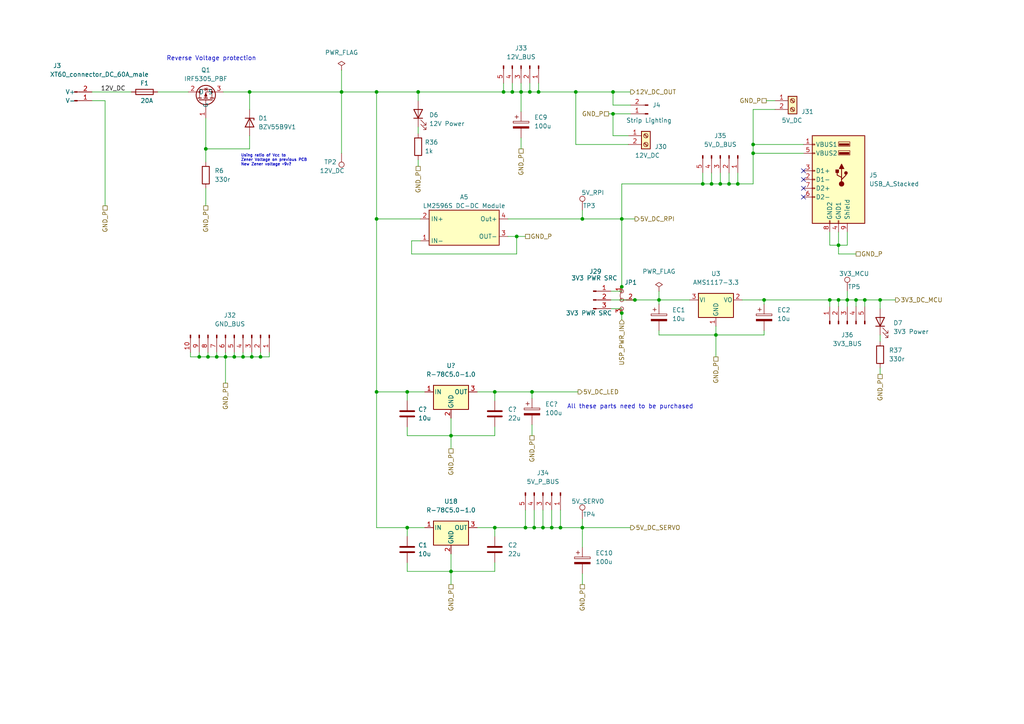
<source format=kicad_sch>
(kicad_sch (version 20211123) (generator eeschema)
  (paper "A4")
  (lib_symbols
    (symbol "000_Capacitor_Electrolytic_Immo:100u" (pin_numbers hide) (pin_names (offset 0.254))
      (property "Reference" "EC" (at 0.635 2.54 0))
      (property "Value" "100u" (at 0.635 -2.54 0))
      (symbol "100u_0_1"
        (rectangle (start -2.286 0.508) (end 2.286 1.016))
        (polyline (pts (xy -1.778 2.286) (xy -0.762 2.286)))
        (polyline (pts (xy -1.27 2.794) (xy -1.27 1.778)))
        (rectangle (start 2.286 -0.508) (end -2.286 -1.016) (fill (type outline)))
      )
      (symbol "100u_1_1"
        (pin passive line (at 0 3.81 270) (length 2.794) (name "~") (number "1"))
        (pin passive line (at 0 -3.81 90) (length 2.794) (name "~") (number "2"))
      )
    )
    (symbol "000_Capacitor_Electrolytic_Immo:22u" (pin_numbers hide) (pin_names (offset 0.254))
      (property "Reference" "EC" (at 0.635 2.54 0))
      (property "Value" "22u" (at 0.635 -2.54 0))
      (symbol "22u_0_1"
        (rectangle (start -2.286 0.508) (end 2.286 1.016))
        (polyline (pts (xy -1.778 2.286) (xy -0.762 2.286)))
        (polyline (pts (xy -1.27 2.794) (xy -1.27 1.778)))
        (rectangle (start 2.286 -0.508) (end -2.286 -1.016) (fill (type outline)))
      )
      (symbol "22u_1_1"
        (pin passive line (at 0 3.81 270) (length 2.794) (name "~") (number "1"))
        (pin passive line (at 0 -3.81 90) (length 2.794) (name "~") (number "2"))
      )
    )
    (symbol "000_Capacitor_Film_Immo:cap_film_0805" (pin_numbers hide) (pin_names (offset 0.254))
      (property "Reference" "C" (at 0.635 2.54 0))
      (property "Value" "cap_film_0805" (at 0.635 -2.54 0))
      (symbol "cap_film_0805_0_1"
        (polyline (pts (xy -2.032 -0.762) (xy 2.032 -0.762)) (stroke (width 0.508)))
        (polyline (pts (xy -2.032 0.762) (xy 2.032 0.762)) (stroke (width 0.508)))
      )
      (symbol "cap_film_0805_1_1"
        (pin passive line (at 0 3.81 270) (length 2.794) (name "~") (number "1"))
        (pin passive line (at 0 -3.81 90) (length 2.794) (name "~") (number "2"))
      )
    )
    (symbol "000_Connectors_Immo:Jumper_3_Bridged12" (pin_names (offset 0) hide)
      (property "Reference" "JP" (at -2.54 -2.54 0))
      (property "Value" "Jumper_3_Bridged12" (at 0 2.794 0))
      (symbol "Jumper_3_Bridged12_0_0"
        (circle (center -2.54 0) (radius 0.508))
        (circle (center 0 0) (radius 0.508))
        (circle (center 2.54 0) (radius 0.508))
      )
      (symbol "Jumper_3_Bridged12_0_1"
        (arc (start 0 -0.0807) (mid -1.27 0.4699) (end -2.54 -0.0807))
        (polyline (pts (xy 0 -1.27) (xy 0 -0.508)))
      )
      (symbol "Jumper_3_Bridged12_1_1"
        (pin passive line (at -3.81 0 0) (length 1.27) (name "A") (number "1"))
        (pin input line (at 0 -3.81 90) (length 2.54) (name "C") (number "2"))
        (pin passive line (at 3.81 0 180) (length 1.27) (name "B") (number "3"))
      )
    )
    (symbol "000_Connectors_Immo:XT60_connector_DC_60A_male" (pin_names (offset 1.016))
      (property "Reference" "J?" (at 1.27 6.35 0))
      (property "Value" "XT60_connector_DC_60A_male" (at 8.89 3.81 0))
      (symbol "XT60_connector_DC_60A_male_1_1"
        (polyline (pts (xy 1.27 -2.54) (xy 0.8636 -2.54)) (stroke (width 0.1524)))
        (polyline (pts (xy 1.27 0) (xy 0.8636 0)) (stroke (width 0.1524)))
        (rectangle (start 0.8636 -2.413) (end 0 -2.667) (stroke (width 0.1524)) (fill (type outline)))
        (rectangle (start 0.8636 0.127) (end 0 -0.127) (stroke (width 0.1524)) (fill (type outline)))
        (pin passive line (at 5.08 0 180) (length 3.81) (name "V-") (number "1"))
        (pin passive line (at 5.08 -2.54 180) (length 3.81) (name "V+") (number "2"))
      )
    )
    (symbol "000_MOSFET_Immo:IRF5305_PBF"
      (property "Reference" "Q?" (at 0 10.16 90))
      (property "Value" "IRF5305_PBF" (at 5.08 8.89 90))
      (symbol "IRF5305_PBF_0_1"
        (polyline (pts (xy 0.254 0) (xy -2.54 0)))
        (polyline (pts (xy 0.254 1.905) (xy 0.254 -1.905)) (stroke (width 0.254)))
        (polyline (pts (xy 0.762 -1.27) (xy 0.762 -2.286)) (stroke (width 0.254)))
        (polyline (pts (xy 0.762 0.508) (xy 0.762 -0.508)) (stroke (width 0.254)))
        (polyline (pts (xy 0.762 2.286) (xy 0.762 1.27)) (stroke (width 0.254)))
        (polyline (pts (xy 2.54 2.54) (xy 2.54 1.778)))
        (polyline (pts (xy 2.54 -2.54) (xy 2.54 0) (xy 0.762 0)))
        (polyline (pts (xy 0.762 1.778) (xy 3.302 1.778) (xy 3.302 -1.778) (xy 0.762 -1.778)))
        (polyline (pts (xy 2.286 0) (xy 1.27 0.381) (xy 1.27 -0.381) (xy 2.286 0)) (fill (type outline)))
        (polyline (pts (xy 2.794 -0.508) (xy 2.921 -0.381) (xy 3.683 -0.381) (xy 3.81 -0.254)))
        (polyline (pts (xy 3.302 -0.381) (xy 2.921 0.254) (xy 3.683 0.254) (xy 3.302 -0.381)))
        (circle (center 1.651 0) (radius 2.794) (stroke (width 0.254)))
        (circle (center 2.54 -1.778) (radius 0.254) (fill (type outline)))
        (circle (center 2.54 1.778) (radius 0.254) (fill (type outline)))
      )
      (symbol "IRF5305_PBF_1_1"
        (pin input line (at -5.08 0 0) (length 2.54) (name "G") (number "1"))
        (pin passive line (at 2.54 5.08 270) (length 2.54) (name "D") (number "2"))
        (pin passive line (at 2.54 -5.08 90) (length 2.54) (name "S") (number "3"))
      )
    )
    (symbol "000_Modules_Immo:LM2596S DC-DC Module"
      (property "Reference" "A" (at -10.16 8.89 0))
      (property "Value" "LM2596S DC-DC Module" (at -10.16 6.35 0))
      (symbol "LM2596S DC-DC Module_0_1"
        (rectangle (start -10.16 5.08) (end 10.16 -5.08) (stroke (width 0.254)) (fill (type background)))
      )
      (symbol "LM2596S DC-DC Module_1_1"
        (pin power_in line (at -12.7 -3.81 0) (length 2.54) (name "IN-") (number "1"))
        (pin power_in line (at -12.7 2.54 0) (length 2.54) (name "IN+") (number "2"))
        (pin power_out line (at 12.7 -2.54 180) (length 2.54) (name "OUT-") (number "3"))
        (pin power_out line (at 12.7 2.54 180) (length 2.54) (name "Out+") (number "4"))
      )
    )
    (symbol "000_Pin_Headers_Immo:Conn_01x02_Male" (pin_names (offset 1.016) hide)
      (property "Reference" "J" (at 0 2.54 0))
      (property "Value" "Conn_01x02_Male" (at 0 -5.08 0))
      (symbol "Conn_01x02_Male_1_1"
        (polyline (pts (xy 1.27 -2.54) (xy 0.8636 -2.54)) (stroke (width 0.1524)))
        (polyline (pts (xy 1.27 0) (xy 0.8636 0)) (stroke (width 0.1524)))
        (rectangle (start 0.8636 -2.413) (end 0 -2.667) (stroke (width 0.1524)) (fill (type outline)))
        (rectangle (start 0.8636 0.127) (end 0 -0.127) (stroke (width 0.1524)) (fill (type outline)))
        (pin passive line (at 5.08 0 180) (length 3.81) (name "Pin_1") (number "1"))
        (pin passive line (at 5.08 -2.54 180) (length 3.81) (name "Pin_2") (number "2"))
      )
    )
    (symbol "000_Pin_Headers_Immo:Conn_01x05_Male" (pin_names (offset 1.016) hide)
      (property "Reference" "J" (at 0 7.62 0))
      (property "Value" "Conn_01x05_Male" (at 0 -7.62 0))
      (symbol "Conn_01x05_Male_1_1"
        (polyline (pts (xy 1.27 -5.08) (xy 0.8636 -5.08)) (stroke (width 0.1524)))
        (polyline (pts (xy 1.27 -2.54) (xy 0.8636 -2.54)) (stroke (width 0.1524)))
        (polyline (pts (xy 1.27 0) (xy 0.8636 0)) (stroke (width 0.1524)))
        (polyline (pts (xy 1.27 2.54) (xy 0.8636 2.54)) (stroke (width 0.1524)))
        (polyline (pts (xy 1.27 5.08) (xy 0.8636 5.08)) (stroke (width 0.1524)))
        (rectangle (start 0.8636 -4.953) (end 0 -5.207) (stroke (width 0.1524)) (fill (type outline)))
        (rectangle (start 0.8636 -2.413) (end 0 -2.667) (stroke (width 0.1524)) (fill (type outline)))
        (rectangle (start 0.8636 0.127) (end 0 -0.127) (stroke (width 0.1524)) (fill (type outline)))
        (rectangle (start 0.8636 2.667) (end 0 2.413) (stroke (width 0.1524)) (fill (type outline)))
        (rectangle (start 0.8636 5.207) (end 0 4.953) (stroke (width 0.1524)) (fill (type outline)))
        (pin passive line (at 5.08 5.08 180) (length 3.81) (name "Pin_1") (number "1"))
        (pin passive line (at 5.08 2.54 180) (length 3.81) (name "Pin_2") (number "2"))
        (pin passive line (at 5.08 0 180) (length 3.81) (name "Pin_3") (number "3"))
        (pin passive line (at 5.08 -2.54 180) (length 3.81) (name "Pin_4") (number "4"))
        (pin passive line (at 5.08 -5.08 180) (length 3.81) (name "Pin_5") (number "5"))
      )
    )
    (symbol "000_Protection_Immo:Fuse" (pin_numbers hide) (pin_names (offset 0))
      (property "Reference" "F" (at 2.032 0 90))
      (property "Value" "Fuse" (at -1.905 0 90))
      (symbol "Fuse_0_1"
        (rectangle (start -0.762 -2.54) (end 0.762 2.54) (stroke (width 0.254)))
        (polyline (pts (xy 0 2.54) (xy 0 -2.54)))
      )
      (symbol "Fuse_1_1"
        (pin passive line (at 0 3.81 270) (length 1.27) (name "~") (number "1"))
        (pin passive line (at 0 -3.81 90) (length 1.27) (name "~") (number "2"))
      )
    )
    (symbol "000_Resistors_Immo:Resistor_0805" (pin_numbers hide) (pin_names (offset 0))
      (property "Reference" "R?" (at -2.54 3.81 0))
      (property "Value" "Resistor_0805" (at -5.08 2.54 0))
      (symbol "Resistor_0805_0_1"
        (rectangle (start 2.54 -1.016) (end -2.54 1.016) (stroke (width 0.254)))
      )
      (symbol "Resistor_0805_1_1"
        (pin passive line (at -3.81 0 0) (length 1.27) (name "~") (number "1"))
        (pin passive line (at 3.81 0 180) (length 1.27) (name "~") (number "2"))
      )
    )
    (symbol "Connector:Conn_01x03_Male" (pin_names (offset 1.016) hide)
      (property "Reference" "J" (at 0 5.08 0))
      (property "Value" "Conn_01x03_Male" (at 2.54 -4.191 0))
      (symbol "Conn_01x03_Male_1_1"
        (polyline (pts (xy 1.27 -2.54) (xy 0.8636 -2.54)) (stroke (width 0.1524)))
        (polyline (pts (xy 1.27 0) (xy 0.8636 0)) (stroke (width 0.1524)))
        (polyline (pts (xy 1.27 2.54) (xy 0.8636 2.54)) (stroke (width 0.1524)))
        (rectangle (start 0.8636 -2.413) (end 0 -2.667) (stroke (width 0.1524)) (fill (type outline)))
        (rectangle (start 0.8636 0.127) (end 0 -0.127) (stroke (width 0.1524)) (fill (type outline)))
        (rectangle (start 0.8636 2.667) (end 0 2.413) (stroke (width 0.1524)) (fill (type outline)))
        (pin passive line (at 5.08 2.54 180) (length 3.81) (name "Pin_1") (number "1"))
        (pin passive line (at 5.08 0 180) (length 3.81) (name "Pin_2") (number "2"))
        (pin passive line (at 5.08 -2.54 180) (length 3.81) (name "Pin_3") (number "3"))
      )
    )
    (symbol "Connector:Conn_01x10_Male" (pin_names (offset 1.016) hide)
      (property "Reference" "J" (at 0 12.7 0))
      (property "Value" "Conn_01x10_Male" (at 0 -15.24 0))
      (symbol "Conn_01x10_Male_1_1"
        (polyline (pts (xy 1.27 -12.7) (xy 0.8636 -12.7)) (stroke (width 0.1524)))
        (polyline (pts (xy 1.27 -10.16) (xy 0.8636 -10.16)) (stroke (width 0.1524)))
        (polyline (pts (xy 1.27 -7.62) (xy 0.8636 -7.62)) (stroke (width 0.1524)))
        (polyline (pts (xy 1.27 -5.08) (xy 0.8636 -5.08)) (stroke (width 0.1524)))
        (polyline (pts (xy 1.27 -2.54) (xy 0.8636 -2.54)) (stroke (width 0.1524)))
        (polyline (pts (xy 1.27 0) (xy 0.8636 0)) (stroke (width 0.1524)))
        (polyline (pts (xy 1.27 2.54) (xy 0.8636 2.54)) (stroke (width 0.1524)))
        (polyline (pts (xy 1.27 5.08) (xy 0.8636 5.08)) (stroke (width 0.1524)))
        (polyline (pts (xy 1.27 7.62) (xy 0.8636 7.62)) (stroke (width 0.1524)))
        (polyline (pts (xy 1.27 10.16) (xy 0.8636 10.16)) (stroke (width 0.1524)))
        (rectangle (start 0.8636 -12.573) (end 0 -12.827) (stroke (width 0.1524)) (fill (type outline)))
        (rectangle (start 0.8636 -10.033) (end 0 -10.287) (stroke (width 0.1524)) (fill (type outline)))
        (rectangle (start 0.8636 -7.493) (end 0 -7.747) (stroke (width 0.1524)) (fill (type outline)))
        (rectangle (start 0.8636 -4.953) (end 0 -5.207) (stroke (width 0.1524)) (fill (type outline)))
        (rectangle (start 0.8636 -2.413) (end 0 -2.667) (stroke (width 0.1524)) (fill (type outline)))
        (rectangle (start 0.8636 0.127) (end 0 -0.127) (stroke (width 0.1524)) (fill (type outline)))
        (rectangle (start 0.8636 2.667) (end 0 2.413) (stroke (width 0.1524)) (fill (type outline)))
        (rectangle (start 0.8636 5.207) (end 0 4.953) (stroke (width 0.1524)) (fill (type outline)))
        (rectangle (start 0.8636 7.747) (end 0 7.493) (stroke (width 0.1524)) (fill (type outline)))
        (rectangle (start 0.8636 10.287) (end 0 10.033) (stroke (width 0.1524)) (fill (type outline)))
        (pin passive line (at 5.08 10.16 180) (length 3.81) (name "Pin_1") (number "1"))
        (pin passive line (at 5.08 -12.7 180) (length 3.81) (name "Pin_10") (number "10"))
        (pin passive line (at 5.08 7.62 180) (length 3.81) (name "Pin_2") (number "2"))
        (pin passive line (at 5.08 5.08 180) (length 3.81) (name "Pin_3") (number "3"))
        (pin passive line (at 5.08 2.54 180) (length 3.81) (name "Pin_4") (number "4"))
        (pin passive line (at 5.08 0 180) (length 3.81) (name "Pin_5") (number "5"))
        (pin passive line (at 5.08 -2.54 180) (length 3.81) (name "Pin_6") (number "6"))
        (pin passive line (at 5.08 -5.08 180) (length 3.81) (name "Pin_7") (number "7"))
        (pin passive line (at 5.08 -7.62 180) (length 3.81) (name "Pin_8") (number "8"))
        (pin passive line (at 5.08 -10.16 180) (length 3.81) (name "Pin_9") (number "9"))
      )
    )
    (symbol "Connector:Screw_Terminal_01x02" (pin_names (offset 1.016) hide)
      (property "Reference" "J" (at 0 2.54 0))
      (property "Value" "Screw_Terminal_01x02" (at 0 -5.08 0))
      (symbol "Screw_Terminal_01x02_1_1"
        (rectangle (start -1.27 1.27) (end 1.27 -3.81) (stroke (width 0.254)) (fill (type background)))
        (circle (center 0 -2.54) (radius 0.635) (stroke (width 0.1524)))
        (polyline (pts (xy -0.5334 -2.2098) (xy 0.3302 -3.048)) (stroke (width 0.1524)))
        (polyline (pts (xy -0.5334 0.3302) (xy 0.3302 -0.508)) (stroke (width 0.1524)))
        (polyline (pts (xy -0.3556 -2.032) (xy 0.508 -2.8702)) (stroke (width 0.1524)))
        (polyline (pts (xy -0.3556 0.508) (xy 0.508 -0.3302)) (stroke (width 0.1524)))
        (circle (center 0 0) (radius 0.635) (stroke (width 0.1524)))
        (pin passive line (at -5.08 0 0) (length 3.81) (name "Pin_1") (number "1"))
        (pin passive line (at -5.08 -2.54 0) (length 3.81) (name "Pin_2") (number "2"))
      )
    )
    (symbol "Connector:TestPoint" (pin_numbers hide) (pin_names (offset 0.762) hide)
      (property "Reference" "TP" (at 0 6.858 0))
      (property "Value" "TestPoint" (at 0 5.08 0))
      (symbol "TestPoint_0_1"
        (circle (center 0 3.302) (radius 0.762))
      )
      (symbol "TestPoint_1_1"
        (pin passive line (at 0 0 90) (length 2.54) (name "1") (number "1"))
      )
    )
    (symbol "Connector:USB_A_Stacked" (pin_names (offset 1.016))
      (property "Reference" "J" (at 0 15.875 0))
      (property "Value" "USB_A_Stacked" (at 0 13.97 0))
      (symbol "USB_A_Stacked_0_1"
        (rectangle (start -7.62 12.7) (end 7.62 -12.7) (stroke (width 0.254)) (fill (type background)))
        (circle (center -2.159 1.905) (radius 0.381) (stroke (width 0.254)) (fill (type outline)))
        (circle (center -0.889 -1.27) (radius 0.635) (stroke (width 0.254)) (fill (type outline)))
        (rectangle (start -0.254 7.366) (end -3.048 7.874) (fill (type outline)))
        (rectangle (start -0.254 9.906) (end -3.048 10.414) (fill (type outline)))
        (rectangle (start -0.127 -12.7) (end 0.127 -11.938))
        (polyline (pts (xy -1.524 3.175) (xy -0.254 3.175) (xy -0.889 4.445) (xy -1.524 3.175)) (stroke (width 0.254)) (fill (type outline)))
        (polyline (pts (xy -0.889 -0.635) (xy -0.889 0) (xy -2.159 1.27) (xy -2.159 1.905)) (stroke (width 0.254)))
        (polyline (pts (xy -0.889 0) (xy -0.889 0.635) (xy 0.381 1.27) (xy 0.381 2.54)) (stroke (width 0.254)))
        (rectangle (start 0 2.794) (end 0.762 2.032) (stroke (width 0.254)) (fill (type outline)))
        (rectangle (start 0 7.112) (end -3.302 8.382))
        (rectangle (start 0 9.652) (end -3.302 10.922))
        (rectangle (start 2.413 -12.7) (end 2.667 -11.938))
        (rectangle (start 7.62 -5.207) (end 6.858 -4.953))
        (rectangle (start 7.62 -2.667) (end 6.858 -2.413))
        (rectangle (start 7.62 -0.127) (end 6.858 0.127))
        (rectangle (start 7.62 2.413) (end 6.858 2.667))
        (rectangle (start 7.62 7.493) (end 6.858 7.747))
        (rectangle (start 7.62 10.033) (end 6.858 10.287))
      )
      (symbol "USB_A_Stacked_1_1"
        (polyline (pts (xy -0.889 0.635) (xy -0.889 3.175)) (stroke (width 0.254)))
        (pin power_in line (at 10.16 10.16 180) (length 2.54) (name "VBUS1") (number "1"))
        (pin bidirectional line (at 10.16 0 180) (length 2.54) (name "D1-") (number "2"))
        (pin bidirectional line (at 10.16 2.54 180) (length 2.54) (name "D1+") (number "3"))
        (pin power_in line (at 0 -15.24 90) (length 2.54) (name "GND1") (number "4"))
        (pin power_in line (at 10.16 7.62 180) (length 2.54) (name "VBUS2") (number "5"))
        (pin bidirectional line (at 10.16 -5.08 180) (length 2.54) (name "D2-") (number "6"))
        (pin bidirectional line (at 10.16 -2.54 180) (length 2.54) (name "D2+") (number "7"))
        (pin power_in line (at 2.54 -15.24 90) (length 2.54) (name "GND2") (number "8"))
        (pin passive line (at -2.54 -15.24 90) (length 2.54) (name "Shield") (number "9"))
      )
    )
    (symbol "Device:LED" (pin_numbers hide) (pin_names (offset 1.016) hide)
      (property "Reference" "D" (at 0 2.54 0))
      (property "Value" "LED" (at 0 -2.54 0))
      (symbol "LED_0_1"
        (polyline (pts (xy -1.27 -1.27) (xy -1.27 1.27)) (stroke (width 0.254)))
        (polyline (pts (xy -1.27 0) (xy 1.27 0)))
        (polyline (pts (xy 1.27 -1.27) (xy 1.27 1.27) (xy -1.27 0) (xy 1.27 -1.27)) (stroke (width 0.254)))
        (polyline (pts (xy -3.048 -0.762) (xy -4.572 -2.286) (xy -3.81 -2.286) (xy -4.572 -2.286) (xy -4.572 -1.524)))
        (polyline (pts (xy -1.778 -0.762) (xy -3.302 -2.286) (xy -2.54 -2.286) (xy -3.302 -2.286) (xy -3.302 -1.524)))
      )
      (symbol "LED_1_1"
        (pin passive line (at -3.81 0 0) (length 2.54) (name "K") (number "1"))
        (pin passive line (at 3.81 0 180) (length 2.54) (name "A") (number "2"))
      )
    )
    (symbol "Diode:BZV55B9V1" (pin_numbers hide) (pin_names (offset 1.016) hide)
      (property "Reference" "D" (at 0 2.54 0))
      (property "Value" "BZV55B9V1" (at 0 -2.54 0))
      (symbol "BZV55B9V1_0_1"
        (polyline (pts (xy 1.27 0) (xy -1.27 0)))
        (polyline (pts (xy -1.27 -1.27) (xy -1.27 1.27) (xy -0.762 1.27)) (stroke (width 0.254)))
        (polyline (pts (xy 1.27 -1.27) (xy 1.27 1.27) (xy -1.27 0) (xy 1.27 -1.27)) (stroke (width 0.254)))
      )
      (symbol "BZV55B9V1_1_1"
        (pin passive line (at -3.81 0 0) (length 2.54) (name "K") (number "1"))
        (pin passive line (at 3.81 0 180) (length 2.54) (name "A") (number "2"))
      )
    )
    (symbol "Regulator_Linear:AMS1117-3.3" (pin_names (offset 0.254))
      (property "Reference" "U" (at -3.81 3.175 0))
      (property "Value" "AMS1117-3.3" (at 0 3.175 0))
      (symbol "AMS1117-3.3_0_1"
        (rectangle (start -5.08 -5.08) (end 5.08 1.905) (stroke (width 0.254)) (fill (type background)))
      )
      (symbol "AMS1117-3.3_1_1"
        (pin power_in line (at 0 -7.62 90) (length 2.54) (name "GND") (number "1"))
        (pin power_out line (at 7.62 0 180) (length 2.54) (name "VO") (number "2"))
        (pin power_in line (at -7.62 0 0) (length 2.54) (name "VI") (number "3"))
      )
    )
    (symbol "Regulator_Switching:R-78C5.0-1.0" (pin_names (offset 0.254))
      (property "Reference" "U" (at -3.81 3.175 0))
      (property "Value" "R-78C5.0-1.0" (at 0 3.175 0))
      (symbol "R-78C5.0-1.0_0_1"
        (rectangle (start -5.08 1.905) (end 5.08 -5.08) (stroke (width 0.254)) (fill (type background)))
      )
      (symbol "R-78C5.0-1.0_1_1"
        (pin power_in line (at -7.62 0 0) (length 2.54) (name "IN") (number "1"))
        (pin power_in line (at 0 -7.62 90) (length 2.54) (name "GND") (number "2"))
        (pin power_out line (at 7.62 0 180) (length 2.54) (name "OUT") (number "3"))
      )
    )
    (symbol "power:PWR_FLAG" (power) (pin_numbers hide) (pin_names (offset 0) hide)
      (property "Value" "PWR_FLAG" (at 0 3.81 0))
      (symbol "PWR_FLAG_0_0"
        (pin power_out line (at 0 0 90) (length 0) (name "pwr") (number "1"))
      )
      (symbol "PWR_FLAG_0_1"
        (polyline (pts (xy 0 0) (xy 0 1.27) (xy -1.016 1.905) (xy 0 2.54) (xy 1.016 1.905) (xy 0 1.27)))
      )
    )
  )
  (junction (at 70.485 103.505))
  (junction (at 203.835 53.34))
  (junction (at 248.285 86.995))
  (junction (at 152.4 153.035))
  (junction (at 206.375 53.34))
  (junction (at 184.15 86.995))
  (junction (at 208.915 53.34))
  (junction (at 240.665 86.995))
  (junction (at 99.06 26.67))
  (junction (at 211.455 53.34))
  (junction (at 109.22 26.67))
  (junction (at 156.21 26.67))
  (junction (at 218.44 41.91))
  (junction (at 109.22 113.665))
  (junction (at 154.305 113.665))
  (junction (at 154.94 153.035))
  (junction (at 143.51 113.665))
  (junction (at 157.48 153.035))
  (junction (at 177.8 26.67))
  (junction (at 250.825 86.995))
  (junction (at 109.22 63.5))
  (junction (at 130.81 165.735))
  (junction (at 121.285 26.67))
  (junction (at 73.025 103.505))
  (junction (at 243.205 71.12))
  (junction (at 151.13 26.67))
  (junction (at 72.39 26.67))
  (junction (at 162.56 153.035))
  (junction (at 60.325 103.505))
  (junction (at 191.135 86.995))
  (junction (at 180.34 63.5))
  (junction (at 243.205 86.995))
  (junction (at 67.945 103.505))
  (junction (at 153.67 26.67))
  (junction (at 149.86 68.58))
  (junction (at 255.27 86.995))
  (junction (at 167.005 26.67))
  (junction (at 57.785 103.505))
  (junction (at 168.91 63.5))
  (junction (at 59.69 43.18))
  (junction (at 160.02 153.035))
  (junction (at 130.81 126.365))
  (junction (at 146.05 26.67))
  (junction (at 65.405 103.505))
  (junction (at 168.91 153.035))
  (junction (at 75.565 103.505))
  (junction (at 207.645 97.155))
  (junction (at 213.995 53.34))
  (junction (at 148.59 26.67))
  (junction (at 177.8 33.02))
  (junction (at 245.745 86.995))
  (junction (at 218.44 44.45))
  (junction (at 62.865 103.505))
  (junction (at 118.11 153.035))
  (junction (at 221.615 86.995))
  (junction (at 143.51 153.035))
  (junction (at 180.34 90.805))
  (junction (at 118.11 113.665))
  (junction (at 180.34 83.185))
  (no_connect (at 233.045 49.53))
  (no_connect (at 233.045 52.07))
  (no_connect (at 233.045 54.61))
  (no_connect (at 233.045 57.15))
  (wire (pts (xy 157.48 147.955) (xy 157.48 153.035)))
  (wire (pts (xy 221.615 86.995) (xy 221.615 88.265)))
  (wire (pts (xy 168.91 150.495) (xy 168.91 153.035)))
  (wire (pts (xy 143.51 113.665) (xy 154.305 113.665)))
  (wire (pts (xy 118.11 113.665) (xy 118.11 116.205)))
  (wire (pts (xy 255.27 86.995) (xy 259.715 86.995)))
  (wire (pts (xy 153.67 26.67) (xy 156.21 26.67)))
  (wire (pts (xy 177.8 33.02) (xy 182.88 33.02)))
  (wire (pts (xy 121.92 69.85) (xy 119.38 69.85)))
  (wire (pts (xy 191.135 88.265) (xy 191.135 86.995)))
  (wire (pts (xy 167.005 26.67) (xy 177.8 26.67)))
  (wire (pts (xy 154.305 115.57) (xy 154.305 113.665)))
  (wire (pts (xy 156.21 24.13) (xy 156.21 26.67)))
  (wire (pts (xy 99.06 26.67) (xy 99.06 44.45)))
  (wire (pts (xy 118.11 163.195) (xy 118.11 165.735)))
  (wire (pts (xy 55.245 103.505) (xy 55.245 102.235)))
  (wire (pts (xy 154.305 123.19) (xy 154.305 126.365)))
  (wire (pts (xy 215.265 86.995) (xy 221.615 86.995)))
  (wire (pts (xy 75.565 103.505) (xy 73.025 103.505)))
  (wire (pts (xy 243.205 67.31) (xy 243.205 71.12)))
  (wire (pts (xy 180.34 53.34) (xy 180.34 63.5)))
  (wire (pts (xy 180.34 90.805) (xy 180.34 92.71)))
  (wire (pts (xy 148.59 24.13) (xy 148.59 26.67)))
  (wire (pts (xy 151.13 26.67) (xy 153.67 26.67)))
  (wire (pts (xy 118.11 153.035) (xy 123.19 153.035)))
  (wire (pts (xy 30.48 29.21) (xy 30.48 59.69)))
  (wire (pts (xy 207.645 94.615) (xy 207.645 97.155)))
  (wire (pts (xy 146.05 24.13) (xy 146.05 26.67)))
  (wire (pts (xy 218.44 44.45) (xy 233.045 44.45)))
  (wire (pts (xy 177.165 86.995) (xy 184.15 86.995)))
  (wire (pts (xy 109.22 63.5) (xy 109.22 113.665)))
  (wire (pts (xy 240.665 71.12) (xy 240.665 67.31)))
  (wire (pts (xy 243.205 73.66) (xy 248.285 73.66)))
  (wire (pts (xy 59.69 54.61) (xy 59.69 59.69)))
  (wire (pts (xy 157.48 153.035) (xy 160.02 153.035)))
  (wire (pts (xy 143.51 163.195) (xy 143.51 165.735)))
  (wire (pts (xy 70.485 103.505) (xy 67.945 103.505)))
  (wire (pts (xy 191.135 86.995) (xy 200.025 86.995)))
  (wire (pts (xy 152.4 153.035) (xy 154.94 153.035)))
  (wire (pts (xy 177.165 84.455) (xy 180.34 84.455)))
  (wire (pts (xy 184.15 86.995) (xy 191.135 86.995)))
  (wire (pts (xy 57.785 103.505) (xy 55.245 103.505)))
  (wire (pts (xy 206.375 53.34) (xy 208.915 53.34)))
  (wire (pts (xy 143.51 165.735) (xy 130.81 165.735)))
  (wire (pts (xy 162.56 147.955) (xy 162.56 153.035)))
  (wire (pts (xy 147.32 68.58) (xy 149.86 68.58)))
  (wire (pts (xy 75.565 102.235) (xy 75.565 103.505)))
  (wire (pts (xy 73.025 103.505) (xy 70.485 103.505)))
  (wire (pts (xy 245.745 84.455) (xy 245.745 86.995)))
  (wire (pts (xy 168.91 166.37) (xy 168.91 169.545)))
  (wire (pts (xy 130.81 169.545) (xy 130.81 165.735)))
  (wire (pts (xy 26.67 29.21) (xy 30.48 29.21)))
  (wire (pts (xy 245.745 86.995) (xy 248.285 86.995)))
  (wire (pts (xy 243.205 73.66) (xy 243.205 71.12)))
  (wire (pts (xy 218.44 41.91) (xy 233.045 41.91)))
  (wire (pts (xy 250.825 86.995) (xy 250.825 88.9)))
  (wire (pts (xy 177.165 89.535) (xy 180.34 89.535)))
  (wire (pts (xy 72.39 26.67) (xy 72.39 31.75)))
  (wire (pts (xy 143.51 113.665) (xy 143.51 116.205)))
  (wire (pts (xy 121.285 36.83) (xy 121.285 38.735)))
  (wire (pts (xy 118.11 165.735) (xy 130.81 165.735)))
  (wire (pts (xy 57.785 102.235) (xy 57.785 103.505)))
  (wire (pts (xy 62.865 103.505) (xy 60.325 103.505)))
  (wire (pts (xy 62.865 102.235) (xy 62.865 103.505)))
  (wire (pts (xy 177.8 26.67) (xy 182.88 26.67)))
  (wire (pts (xy 109.22 26.67) (xy 121.285 26.67)))
  (wire (pts (xy 167.005 41.91) (xy 182.245 41.91)))
  (wire (pts (xy 154.94 153.035) (xy 157.48 153.035)))
  (wire (pts (xy 143.51 153.035) (xy 152.4 153.035)))
  (wire (pts (xy 72.39 39.37) (xy 72.39 43.18)))
  (wire (pts (xy 240.665 71.12) (xy 243.205 71.12)))
  (wire (pts (xy 255.27 86.995) (xy 255.27 89.535)))
  (wire (pts (xy 218.44 44.45) (xy 218.44 53.34)))
  (wire (pts (xy 208.915 50.165) (xy 208.915 53.34)))
  (wire (pts (xy 160.02 147.955) (xy 160.02 153.035)))
  (wire (pts (xy 72.39 26.67) (xy 99.06 26.67)))
  (wire (pts (xy 207.645 97.155) (xy 207.645 103.505)))
  (wire (pts (xy 60.325 103.505) (xy 57.785 103.505)))
  (wire (pts (xy 180.34 89.535) (xy 180.34 90.805)))
  (wire (pts (xy 121.285 26.67) (xy 146.05 26.67)))
  (wire (pts (xy 168.91 153.035) (xy 168.91 158.75)))
  (wire (pts (xy 148.59 26.67) (xy 151.13 26.67)))
  (wire (pts (xy 162.56 153.035) (xy 168.91 153.035)))
  (wire (pts (xy 130.81 165.735) (xy 130.81 160.655)))
  (wire (pts (xy 221.615 86.995) (xy 240.665 86.995)))
  (wire (pts (xy 149.86 73.66) (xy 149.86 68.58)))
  (wire (pts (xy 154.305 113.665) (xy 167.64 113.665)))
  (wire (pts (xy 180.34 63.5) (xy 184.15 63.5)))
  (wire (pts (xy 118.11 113.665) (xy 123.19 113.665)))
  (wire (pts (xy 182.245 39.37) (xy 177.8 39.37)))
  (wire (pts (xy 218.44 31.75) (xy 218.44 41.91)))
  (wire (pts (xy 99.06 26.67) (xy 109.22 26.67)))
  (wire (pts (xy 245.745 67.31) (xy 245.745 71.12)))
  (wire (pts (xy 248.285 86.995) (xy 248.285 88.9)))
  (wire (pts (xy 243.205 86.995) (xy 243.205 88.9)))
  (wire (pts (xy 118.11 126.365) (xy 130.81 126.365)))
  (wire (pts (xy 138.43 153.035) (xy 143.51 153.035)))
  (wire (pts (xy 180.34 53.34) (xy 203.835 53.34)))
  (wire (pts (xy 154.94 147.955) (xy 154.94 153.035)))
  (wire (pts (xy 147.32 63.5) (xy 168.91 63.5)))
  (wire (pts (xy 211.455 50.165) (xy 211.455 53.34)))
  (wire (pts (xy 99.06 20.32) (xy 99.06 26.67)))
  (wire (pts (xy 151.13 24.13) (xy 151.13 26.67)))
  (wire (pts (xy 191.135 84.455) (xy 191.135 86.995)))
  (wire (pts (xy 243.205 71.12) (xy 245.745 71.12)))
  (wire (pts (xy 78.105 102.235) (xy 78.105 103.505)))
  (wire (pts (xy 65.405 102.235) (xy 65.405 103.505)))
  (wire (pts (xy 73.025 102.235) (xy 73.025 103.505)))
  (wire (pts (xy 222.25 29.21) (xy 224.79 29.21)))
  (wire (pts (xy 26.67 26.67) (xy 38.1 26.67)))
  (wire (pts (xy 78.105 103.505) (xy 75.565 103.505)))
  (wire (pts (xy 167.005 26.67) (xy 167.005 41.91)))
  (wire (pts (xy 118.11 123.825) (xy 118.11 126.365)))
  (wire (pts (xy 203.835 53.34) (xy 206.375 53.34)))
  (wire (pts (xy 59.69 43.18) (xy 59.69 46.99)))
  (wire (pts (xy 168.91 153.035) (xy 182.88 153.035)))
  (wire (pts (xy 218.44 31.75) (xy 224.79 31.75)))
  (wire (pts (xy 65.405 103.505) (xy 62.865 103.505)))
  (wire (pts (xy 203.835 50.165) (xy 203.835 53.34)))
  (wire (pts (xy 213.995 53.34) (xy 218.44 53.34)))
  (wire (pts (xy 143.51 153.035) (xy 143.51 155.575)))
  (wire (pts (xy 121.285 46.355) (xy 121.285 48.26)))
  (wire (pts (xy 206.375 50.165) (xy 206.375 53.34)))
  (wire (pts (xy 240.665 88.9) (xy 240.665 86.995)))
  (wire (pts (xy 149.86 68.58) (xy 152.4 68.58)))
  (wire (pts (xy 60.325 102.235) (xy 60.325 103.505)))
  (wire (pts (xy 59.69 34.29) (xy 59.69 43.18)))
  (wire (pts (xy 143.51 123.825) (xy 143.51 126.365)))
  (wire (pts (xy 191.135 97.155) (xy 207.645 97.155)))
  (wire (pts (xy 70.485 102.235) (xy 70.485 103.505)))
  (wire (pts (xy 250.825 86.995) (xy 255.27 86.995)))
  (wire (pts (xy 213.995 50.165) (xy 213.995 53.34)))
  (wire (pts (xy 65.405 103.505) (xy 67.945 103.505)))
  (wire (pts (xy 221.615 97.155) (xy 207.645 97.155)))
  (wire (pts (xy 121.285 26.67) (xy 121.285 29.21)))
  (wire (pts (xy 109.22 113.665) (xy 118.11 113.665)))
  (wire (pts (xy 177.8 39.37) (xy 177.8 33.02)))
  (wire (pts (xy 182.88 30.48) (xy 177.8 30.48)))
  (wire (pts (xy 109.22 153.035) (xy 118.11 153.035)))
  (wire (pts (xy 221.615 95.885) (xy 221.615 97.155)))
  (wire (pts (xy 218.44 41.91) (xy 218.44 44.45)))
  (wire (pts (xy 156.21 26.67) (xy 167.005 26.67)))
  (wire (pts (xy 119.38 73.66) (xy 149.86 73.66)))
  (wire (pts (xy 109.22 63.5) (xy 121.92 63.5)))
  (wire (pts (xy 168.91 60.96) (xy 168.91 63.5)))
  (wire (pts (xy 168.91 63.5) (xy 180.34 63.5)))
  (wire (pts (xy 153.67 24.13) (xy 153.67 26.67)))
  (wire (pts (xy 138.43 113.665) (xy 143.51 113.665)))
  (wire (pts (xy 180.34 83.185) (xy 180.34 63.5)))
  (wire (pts (xy 240.665 86.995) (xy 243.205 86.995)))
  (wire (pts (xy 72.39 43.18) (xy 59.69 43.18)))
  (wire (pts (xy 176.53 33.02) (xy 177.8 33.02)))
  (wire (pts (xy 67.945 102.235) (xy 67.945 103.505)))
  (wire (pts (xy 130.81 130.175) (xy 130.81 126.365)))
  (wire (pts (xy 160.02 153.035) (xy 162.56 153.035)))
  (wire (pts (xy 65.405 103.505) (xy 65.405 111.125)))
  (wire (pts (xy 118.11 153.035) (xy 118.11 155.575)))
  (wire (pts (xy 211.455 53.34) (xy 213.995 53.34)))
  (wire (pts (xy 146.05 26.67) (xy 148.59 26.67)))
  (wire (pts (xy 180.34 84.455) (xy 180.34 83.185)))
  (wire (pts (xy 255.27 106.68) (xy 255.27 108.585)))
  (wire (pts (xy 255.27 97.155) (xy 255.27 99.06)))
  (wire (pts (xy 152.4 147.955) (xy 152.4 153.035)))
  (wire (pts (xy 245.745 86.995) (xy 245.745 88.9)))
  (wire (pts (xy 119.38 69.85) (xy 119.38 73.66)))
  (wire (pts (xy 151.13 26.67) (xy 151.13 32.385)))
  (wire (pts (xy 64.77 26.67) (xy 72.39 26.67)))
  (wire (pts (xy 208.915 53.34) (xy 211.455 53.34)))
  (wire (pts (xy 248.285 86.995) (xy 250.825 86.995)))
  (wire (pts (xy 45.72 26.67) (xy 54.61 26.67)))
  (wire (pts (xy 109.22 26.67) (xy 109.22 63.5)))
  (wire (pts (xy 143.51 126.365) (xy 130.81 126.365)))
  (wire (pts (xy 243.205 86.995) (xy 245.745 86.995)))
  (wire (pts (xy 151.13 40.005) (xy 151.13 43.18)))
  (wire (pts (xy 109.22 113.665) (xy 109.22 153.035)))
  (wire (pts (xy 130.81 126.365) (xy 130.81 121.285)))
  (wire (pts (xy 177.8 30.48) (xy 177.8 26.67)))
  (wire (pts (xy 191.135 95.885) (xy 191.135 97.155)))
  (text "Reverse Voltage protection" (at 48.26 17.78 0) (effects (font (size 1.27 1.27)) (justify left bottom)))
  (text "Using ratio of Vcc to \nZener Voltage on previous PCB\nNew Zener voltage ~9v?" (at 69.85 48.26 0) (effects (font (size 0.8 0.8)) (justify left bottom)))
  (text "All these parts need to be purchased" (at 164.465 118.745 0) (effects (font (size 1.27 1.27)) (justify left bottom)))
  (label "12V_DC" (at 29.21 26.67 0))
  (hierarchical_label "GND_P" (shape passive) (at 30.48 59.69 270))
  (hierarchical_label "3V3_DC_MCU" (shape output) (at 259.715 86.995 0))
  (hierarchical_label "GND_P" (shape passive) (at 59.69 59.69 270))
  (hierarchical_label "GND_P" (shape passive) (at 151.13 43.18 270))
  (hierarchical_label "5V_DC_SERVO" (shape output) (at 182.88 153.035 0))
  (hierarchical_label "5V_DC_RPI" (shape output) (at 184.15 63.5 0))
  (hierarchical_label "GND_P" (shape passive) (at 248.285 73.66 0))
  (hierarchical_label "GND_P" (shape passive) (at 65.405 111.125 270))
  (hierarchical_label "GND_P" (shape passive) (at 207.645 103.505 270))
  (hierarchical_label "GND_P" (shape passive) (at 130.81 130.175 270))
  (hierarchical_label "GND_P" (shape passive) (at 222.25 29.21 180))
  (hierarchical_label "GND_P" (shape passive) (at 152.4 68.58 0))
  (hierarchical_label "12V_DC_OUT" (shape output) (at 182.88 26.67 0))
  (hierarchical_label "GND_P" (shape passive) (at 255.27 108.585 270))
  (hierarchical_label "GND_P" (shape passive) (at 168.91 169.545 270))
  (hierarchical_label "GND_P" (shape passive) (at 130.81 169.545 270))
  (hierarchical_label "GND_P" (shape passive) (at 176.53 33.02 180))
  (hierarchical_label "GND_P" (shape passive) (at 121.285 48.26 270))
  (hierarchical_label "USP_PWR_IN" (shape input) (at 180.34 92.71 270))
  (hierarchical_label "5V_DC_LED" (shape output) (at 167.64 113.665 0))
  (hierarchical_label "GND_P" (shape passive) (at 154.305 126.365 270))
  (symbol (lib_id "000_Pin_Headers_Immo:Conn_01x05_Male") (at 151.13 19.05 270) (unit 1)
    (property "Reference" "J33" (at 151.13 13.97 90))
    (property "Value" "12V_BUS" (at 151.13 16.51 90))
    (property "Footprint" "Connector_PinHeader_2.54mm:PinHeader_1x05_P2.54mm_Vertical" (effects hide))
  )
  (symbol (lib_id "Connector:Conn_01x03_Male") (at 172.085 86.995 0) (unit 1)
    (property "Reference" "J29" (at 172.72 78.74 0))
    (property "Value" "3V3 PWR SRC" (at 170.815 90.805 0))
    (property "Footprint" "Connector_PinHeader_2.54mm:PinHeader_1x03_P2.54mm_Vertical" (effects hide))
  )
  (symbol (lib_id "power:PWR_FLAG") (at 191.135 84.455 0) (unit 1)
    (property "Reference" "#FLG0101" (effects hide))
    (property "Value" "PWR_FLAG" (at 191.135 78.74 0))
  )
  (symbol (lib_id "Connector:Conn_01x10_Male") (at 67.945 97.155 270) (unit 1)
    (property "Reference" "J32" (at 66.675 91.44 90))
    (property "Value" "GND_BUS" (at 66.675 93.98 90))
    (property "Footprint" "Connector_PinHeader_1.27mm:PinHeader_1x10_P1.27mm_Vertical" (effects hide))
  )
  (symbol (lib_id "000_Resistors_Immo:Resistor_0805") (at 121.285 42.545 90) (unit 1)
    (property "Reference" "R36" (at 123.19 41.2749 90) (effects (justify right)))
    (property "Value" "1k" (at 123.19 43.8149 90) (effects (justify right)))
    (property "Footprint" "Resistor_SMD:R_0805_2012Metric_Pad1.20x1.40mm_HandSolder" (effects hide))
  )
  (symbol (lib_id "Device:LED") (at 121.285 33.02 90) (unit 1)
    (property "Reference" "D6" (at 124.46 33.3374 90) (effects (justify right)))
    (property "Value" "12V Power" (at 124.46 35.8774 90) (effects (justify right)))
  )
  (symbol (lib_id "000_Capacitor_Electrolytic_Immo:22u") (at 221.615 92.075 0) (unit 1)
    (property "Reference" "EC2" (at 225.425 89.9159 0) (effects (justify left)))
    (property "Value" "10u" (at 225.425 92.4559 0) (effects (justify left)))
    (property "Footprint" "Capacitor_SMD:CP_Elec_6.3x5.9" (effects hide))
  )
  (symbol (lib_id "000_MOSFET_Immo:IRF5305_PBF") (at 59.69 29.21 90) (unit 1)
    (property "Reference" "Q1" (at 59.69 20.32 90))
    (property "Value" "IRF5305_PBF" (at 59.69 22.86 90))
    (property "Footprint" "Package_TO_SOT_THT:TO-220-3_Vertical" (effects hide))
    (property "Datasheet" "http://www.infineon.com/dgdl/irf4905.pdf?fileId=5546d462533600a4015355e32165197c" (effects hide))
  )
  (symbol (lib_id "Connector:TestPoint") (at 99.06 44.45 180) (unit 1)
    (property "Reference" "TP2" (at 93.98 46.99 0) (effects (justify right)))
    (property "Value" "12V_DC" (at 92.71 49.53 0) (effects (justify right)))
    (property "Footprint" "TestPoint:TestPoint_Pad_D1.5mm" (effects hide))
  )
  (symbol (lib_id "000_Connectors_Immo:XT60_connector_DC_60A_male") (at 21.59 29.21 0) (mirror x) (unit 1)
    (property "Reference" "J3" (at 17.78 19.05 0) (effects (justify right)))
    (property "Value" "XT60_connector_DC_60A_male" (at 43.18 21.59 0) (effects (justify right)))
    (property "Footprint" "Connector_AMASS:AMASS_XT60PW-M" (effects hide))
  )
  (symbol (lib_id "Diode:BZV55B9V1") (at 72.39 35.56 270) (unit 1)
    (property "Reference" "D1" (at 74.93 34.2899 90) (effects (justify left)))
    (property "Value" "BZV55B9V1" (at 74.93 36.8299 90) (effects (justify left)))
    (property "Footprint" "Diode_SMD:D_MiniMELF" (effects hide))
    (property "Datasheet" "https://assets.nexperia.com/documents/data-sheet/BZV55_SER.pdf" (effects hide))
  )
  (symbol (lib_id "000_Capacitor_Film_Immo:cap_film_0805") (at 118.11 120.015 0) (unit 1)
    (property "Reference" "C?" (at 121.285 118.7449 0) (effects (justify left)))
    (property "Value" "10u" (at 121.285 121.2849 0) (effects (justify left)))
    (property "Footprint" "Capacitor_SMD:C_0805_2012Metric_Pad1.18x1.45mm_HandSolder" (effects hide))
  )
  (symbol (lib_id "power:PWR_FLAG") (at 99.06 20.32 0) (unit 1)
    (property "Reference" "#FLG01" (effects hide))
    (property "Value" "PWR_FLAG" (at 99.06 15.24 0))
  )
  (symbol (lib_id "Connector:Screw_Terminal_01x02") (at 187.325 39.37 0) (unit 1)
    (property "Reference" "J30" (at 189.865 42.545 0) (effects (justify left)))
    (property "Value" "12V_DC" (at 184.15 45.085 0) (effects (justify left)))
    (property "Footprint" "TerminalBlock:TerminalBlock_Altech_AK300-2_P5.00mm" (effects hide))
  )
  (symbol (lib_id "000_Capacitor_Film_Immo:cap_film_0805") (at 118.11 159.385 0) (unit 1)
    (property "Reference" "C1" (at 121.285 158.1149 0) (effects (justify left)))
    (property "Value" "10u" (at 121.285 160.6549 0) (effects (justify left)))
    (property "Footprint" "Capacitor_SMD:C_0805_2012Metric_Pad1.18x1.45mm_HandSolder" (effects hide))
  )
  (symbol (lib_id "000_Capacitor_Electrolytic_Immo:100u") (at 151.13 36.195 0) (unit 1)
    (property "Reference" "EC9" (at 154.94 34.0359 0) (effects (justify left)))
    (property "Value" "100u" (at 154.94 36.5759 0) (effects (justify left)))
    (property "Footprint" "Capacitor_SMD:CP_Elec_10x10" (effects hide))
  )
  (symbol (lib_id "Regulator_Linear:AMS1117-3.3") (at 207.645 86.995 0) (unit 1)
    (property "Reference" "U3" (at 207.645 79.375 0))
    (property "Value" "AMS1117-3.3" (at 207.645 81.915 0))
    (property "Footprint" "Package_TO_SOT_SMD:SOT-223-3_TabPin2" (effects hide))
    (property "Datasheet" "http://www.advanced-monolithic.com/pdf/ds1117.pdf" (effects hide))
  )
  (symbol (lib_id "000_Modules_Immo:LM2596S DC-DC Module") (at 134.62 66.04 0) (unit 1)
    (property "Reference" "A5" (at 134.62 57.15 0))
    (property "Value" "LM2596S DC-DC Module" (at 134.62 59.69 0))
    (property "Footprint" "Package_TO_SOT_SMD:TO-263-5_TabPin3" (effects hide))
    (property "Datasheet" "http://www.ti.com/lit/ds/symlink/lm2596.pdf" (effects hide))
  )
  (symbol (lib_id "000_Capacitor_Electrolytic_Immo:100u") (at 168.91 162.56 0) (unit 1)
    (property "Reference" "EC10" (at 172.72 160.4009 0) (effects (justify left)))
    (property "Value" "100u" (at 172.72 162.9409 0) (effects (justify left)))
    (property "Footprint" "Capacitor_SMD:CP_Elec_10x10" (effects hide))
  )
  (symbol (lib_id "000_Protection_Immo:Fuse") (at 41.91 26.67 90) (unit 1)
    (property "Reference" "F1" (at 43.18 24.13 90) (effects (justify left)))
    (property "Value" "20A" (at 44.45 29.21 90) (effects (justify left)))
    (property "Footprint" "Fuse:Fuseholder_Cylinder-5x20mm_Stelvio-Kontek_PTF78_Horizontal_Open" (effects hide))
  )
  (symbol (lib_id "000_Pin_Headers_Immo:Conn_01x02_Male") (at 187.96 33.02 180) (unit 1)
    (property "Reference" "J4" (at 189.23 30.4799 0) (effects (justify right)))
    (property "Value" "Strip Lighting" (at 181.61 34.925 0) (effects (justify right)))
    (property "Footprint" "Connector_PinHeader_1.27mm:PinHeader_1x02_P1.27mm_Vertical" (effects hide))
  )
  (symbol (lib_id "000_Capacitor_Electrolytic_Immo:100u") (at 154.305 119.38 0) (unit 1)
    (property "Reference" "EC?" (at 158.115 117.2209 0) (effects (justify left)))
    (property "Value" "100u" (at 158.115 119.7609 0) (effects (justify left)))
    (property "Footprint" "Capacitor_SMD:CP_Elec_10x10" (effects hide))
  )
  (symbol (lib_id "000_Pin_Headers_Immo:Conn_01x05_Male") (at 157.48 142.875 270) (unit 1)
    (property "Reference" "J34" (at 157.48 137.16 90))
    (property "Value" "5V_P_BUS" (at 157.48 139.7 90))
    (property "Footprint" "Connector_PinHeader_2.54mm:PinHeader_1x05_P2.54mm_Vertical" (effects hide))
  )
  (symbol (lib_id "Connector:TestPoint") (at 168.91 150.495 0) (unit 1)
    (property "Reference" "TP4" (at 172.72 149.225 0) (effects (justify right)))
    (property "Value" "5V_SERVO" (at 175.26 145.415 0) (effects (justify right)))
    (property "Footprint" "TestPoint:TestPoint_Pad_D1.5mm" (effects hide))
  )
  (symbol (lib_id "000_Capacitor_Film_Immo:cap_film_0805") (at 143.51 120.015 0) (unit 1)
    (property "Reference" "C?" (at 147.32 118.7449 0) (effects (justify left)))
    (property "Value" "22u" (at 147.32 121.2849 0) (effects (justify left)))
    (property "Footprint" "Capacitor_SMD:C_0805_2012Metric_Pad1.18x1.45mm_HandSolder" (effects hide))
  )
  (symbol (lib_id "Connector:Screw_Terminal_01x02") (at 229.87 29.21 0) (unit 1)
    (property "Reference" "J31" (at 232.41 32.385 0) (effects (justify left)))
    (property "Value" "5V_DC" (at 226.695 34.925 0) (effects (justify left)))
    (property "Footprint" "TerminalBlock:TerminalBlock_Altech_AK300-2_P5.00mm" (effects hide))
  )
  (symbol (lib_id "000_Resistors_Immo:Resistor_0805") (at 59.69 50.8 90) (unit 1)
    (property "Reference" "R6" (at 62.23 49.5299 90) (effects (justify right)))
    (property "Value" "330r" (at 62.23 52.0699 90) (effects (justify right)))
    (property "Footprint" "Resistor_SMD:R_0805_2012Metric_Pad1.20x1.40mm_HandSolder" (effects hide))
  )
  (symbol (lib_id "Connector:TestPoint") (at 245.745 84.455 0) (unit 1)
    (property "Reference" "TP5" (at 249.555 83.185 0) (effects (justify right)))
    (property "Value" "3V3_MCU" (at 252.095 79.375 0) (effects (justify right)))
    (property "Footprint" "TestPoint:TestPoint_Pad_D1.5mm" (effects hide))
  )
  (symbol (lib_id "Regulator_Switching:R-78C5.0-1.0") (at 130.81 153.035 0) (unit 1)
    (property "Reference" "U18" (at 130.81 145.415 0))
    (property "Value" "R-78C5.0-1.0" (at 130.81 147.955 0))
    (property "Footprint" "Converter_DCDC:Converter_DCDC_RECOM_R-78E-0.5_THT" (effects hide))
    (property "Datasheet" "https://www.recom-power.com/pdf/Innoline/R-78Cxx-1.0.pdf" (effects hide))
  )
  (symbol (lib_id "000_Capacitor_Film_Immo:cap_film_0805") (at 143.51 159.385 0) (unit 1)
    (property "Reference" "C2" (at 147.32 158.1149 0) (effects (justify left)))
    (property "Value" "22u" (at 147.32 160.6549 0) (effects (justify left)))
    (property "Footprint" "Capacitor_SMD:C_0805_2012Metric_Pad1.18x1.45mm_HandSolder" (effects hide))
  )
  (symbol (lib_id "Regulator_Switching:R-78C5.0-1.0") (at 130.81 113.665 0) (unit 1)
    (property "Reference" "U?" (at 130.81 106.045 0))
    (property "Value" "R-78C5.0-1.0" (at 130.81 108.585 0))
    (property "Footprint" "Converter_DCDC:Converter_DCDC_RECOM_R-78E-0.5_THT" (effects hide))
    (property "Datasheet" "https://www.recom-power.com/pdf/Innoline/R-78Cxx-1.0.pdf" (effects hide))
  )
  (symbol (lib_id "000_Resistors_Immo:Resistor_0805") (at 255.27 102.87 90) (unit 1)
    (property "Reference" "R37" (at 257.81 101.5999 90) (effects (justify right)))
    (property "Value" "330r" (at 257.81 104.1399 90) (effects (justify right)))
    (property "Footprint" "Resistor_SMD:R_0805_2012Metric_Pad1.20x1.40mm_HandSolder" (effects hide))
  )
  (symbol (lib_id "000_Connectors_Immo:Jumper_3_Bridged12") (at 180.34 86.995 90) (mirror x) (unit 1)
    (property "Reference" "JP1" (at 184.785 81.915 90) (effects (justify left)))
    (property "Value" "3V3 PWR SRC" (at 179.07 80.645 90) (effects (justify left)))
    (property "Footprint" "Jumper:SolderJumper-3_P1.3mm_Bridged12_RoundedPad1.0x1.5mm" (effects hide))
  )
  (symbol (lib_id "000_Capacitor_Electrolytic_Immo:22u") (at 191.135 92.075 0) (unit 1)
    (property "Reference" "EC1" (at 194.945 89.9159 0) (effects (justify left)))
    (property "Value" "10u" (at 194.945 92.4559 0) (effects (justify left)))
    (property "Footprint" "Capacitor_SMD:CP_Elec_6.3x5.9" (effects hide))
  )
  (symbol (lib_id "000_Pin_Headers_Immo:Conn_01x05_Male") (at 208.915 45.085 270) (unit 1)
    (property "Reference" "J35" (at 208.915 39.37 90))
    (property "Value" "5V_D_BUS" (at 208.915 41.91 90))
    (property "Footprint" "Connector_PinHeader_2.54mm:PinHeader_1x05_P2.54mm_Vertical" (effects hide))
  )
  (symbol (lib_id "Connector:TestPoint") (at 168.91 60.96 0) (unit 1)
    (property "Reference" "TP3" (at 172.72 59.69 0) (effects (justify right)))
    (property "Value" "5V_RPI" (at 175.26 55.88 0) (effects (justify right)))
    (property "Footprint" "TestPoint:TestPoint_Pad_D1.5mm" (effects hide))
  )
  (symbol (lib_id "Device:LED") (at 255.27 93.345 90) (unit 1)
    (property "Reference" "D7" (at 259.08 93.6624 90) (effects (justify right)))
    (property "Value" "3V3 Power" (at 259.08 96.2024 90) (effects (justify right)))
  )
  (symbol (lib_id "000_Pin_Headers_Immo:Conn_01x05_Male") (at 245.745 93.98 90) (unit 1)
    (property "Reference" "J36" (at 245.745 97.155 90))
    (property "Value" "3V3_BUS" (at 245.745 99.695 90))
    (property "Footprint" "Connector_PinHeader_2.54mm:PinHeader_1x05_P2.54mm_Vertical" (effects hide))
  )
  (symbol (lib_id "Connector:USB_A_Stacked") (at 243.205 52.07 0) (mirror y) (unit 1)
    (property "Reference" "J5" (at 252.095 50.7999 0) (effects (justify right)))
    (property "Value" "USB_A_Stacked" (at 252.095 53.3399 0) (effects (justify right)))
    (property "Datasheet" " ~" (effects hide))
  )
)
</source>
